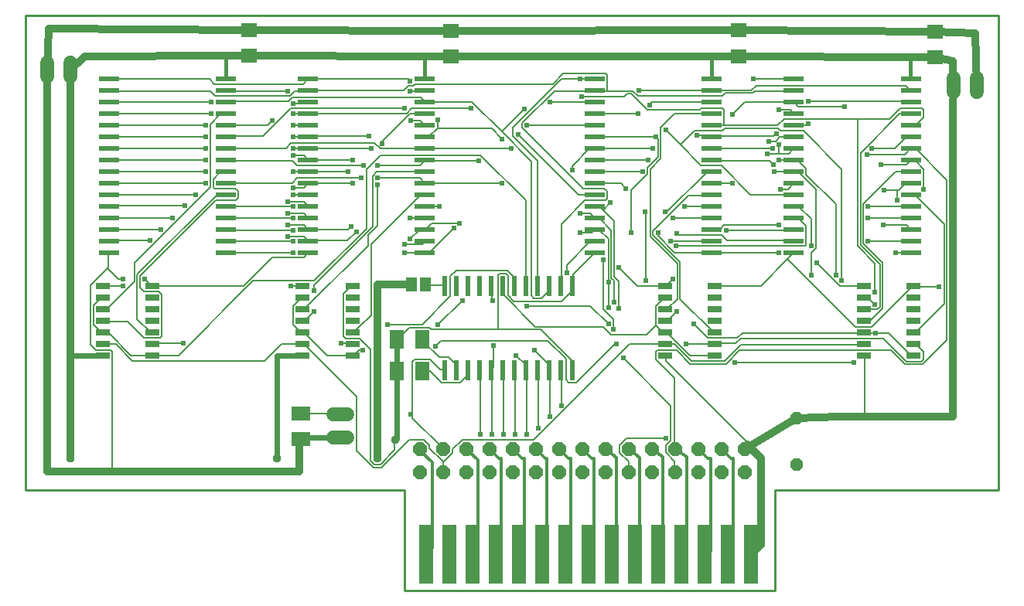
<source format=gtl>
G75*
%MOIN*%
%OFA0B0*%
%FSLAX25Y25*%
%IPPOS*%
%LPD*%
%AMOC8*
5,1,8,0,0,1.08239X$1,22.5*
%
%ADD10C,0.01000*%
%ADD11OC8,0.05200*%
%ADD12R,0.07087X0.06299*%
%ADD13R,0.06004X0.02559*%
%ADD14OC8,0.06000*%
%ADD15C,0.06000*%
%ADD16R,0.08661X0.02362*%
%ADD17R,0.07874X0.06299*%
%ADD18R,0.06000X0.25500*%
%ADD19R,0.02362X0.08661*%
%ADD20R,0.06299X0.07874*%
%ADD21R,0.04600X0.06300*%
%ADD22C,0.03200*%
%ADD23C,0.01600*%
%ADD24C,0.00600*%
%ADD25OC8,0.03562*%
%ADD26C,0.02400*%
%ADD27C,0.02400*%
%ADD28C,0.01200*%
D10*
X0003000Y0050276D02*
X0003000Y0255000D01*
X0422291Y0255000D01*
X0422291Y0050276D01*
X0325835Y0050276D01*
X0325835Y0006969D01*
X0166386Y0006969D01*
X0166386Y0050276D01*
X0003000Y0050276D01*
D11*
X0335323Y0061220D03*
X0335323Y0081220D03*
D12*
X0310244Y0237402D03*
X0310244Y0248425D03*
X0394890Y0248031D03*
X0394890Y0237008D03*
X0186228Y0237283D03*
X0186228Y0248307D03*
X0099457Y0248701D03*
X0099457Y0237677D03*
D13*
X0122480Y0138189D03*
X0122480Y0133189D03*
X0122480Y0128189D03*
X0122480Y0123189D03*
X0122480Y0118189D03*
X0122480Y0113189D03*
X0122480Y0108189D03*
X0143835Y0108189D03*
X0143835Y0113189D03*
X0143835Y0118189D03*
X0143835Y0123189D03*
X0143835Y0128189D03*
X0143835Y0133189D03*
X0143835Y0138189D03*
X0057614Y0138189D03*
X0057614Y0133189D03*
X0057614Y0128189D03*
X0057614Y0123189D03*
X0057614Y0118189D03*
X0057614Y0113189D03*
X0057614Y0108189D03*
X0036260Y0108189D03*
X0036260Y0113189D03*
X0036260Y0118189D03*
X0036260Y0123189D03*
X0036260Y0128189D03*
X0036260Y0133189D03*
X0036260Y0138189D03*
X0278780Y0138189D03*
X0278780Y0133189D03*
X0278780Y0128189D03*
X0278780Y0123189D03*
X0278780Y0118189D03*
X0278780Y0113189D03*
X0278780Y0108189D03*
X0300134Y0108189D03*
X0300134Y0113189D03*
X0300134Y0118189D03*
X0300134Y0123189D03*
X0300134Y0128189D03*
X0300134Y0133189D03*
X0300134Y0138189D03*
X0364370Y0138110D03*
X0364370Y0133110D03*
X0364370Y0128110D03*
X0364370Y0123110D03*
X0364370Y0118110D03*
X0364370Y0113110D03*
X0364370Y0108110D03*
X0385724Y0108110D03*
X0385724Y0113110D03*
X0385724Y0118110D03*
X0385724Y0123110D03*
X0385724Y0128110D03*
X0385724Y0133110D03*
X0385724Y0138110D03*
D14*
X0313000Y0068031D03*
X0303000Y0068031D03*
X0293000Y0068031D03*
X0283000Y0068031D03*
X0273000Y0068031D03*
X0263000Y0068031D03*
X0253000Y0068031D03*
X0243000Y0068031D03*
X0233000Y0068031D03*
X0223000Y0068031D03*
X0213000Y0068031D03*
X0203000Y0068031D03*
X0193000Y0068031D03*
X0183000Y0068031D03*
X0173000Y0068031D03*
X0173000Y0058031D03*
X0183000Y0058031D03*
X0193000Y0058031D03*
X0203000Y0058031D03*
X0213000Y0058031D03*
X0223000Y0058031D03*
X0233000Y0058031D03*
X0243000Y0058031D03*
X0253000Y0058031D03*
X0263000Y0058031D03*
X0273000Y0058031D03*
X0283000Y0058031D03*
X0293000Y0058031D03*
X0303000Y0058031D03*
X0313000Y0058031D03*
D15*
X0141669Y0072795D02*
X0135669Y0072795D01*
X0135669Y0082795D02*
X0141669Y0082795D01*
X0022252Y0228535D02*
X0022252Y0234535D01*
X0012252Y0234535D02*
X0012252Y0228535D01*
X0403039Y0227921D02*
X0403039Y0221921D01*
X0413039Y0221921D02*
X0413039Y0227921D01*
D16*
X0384496Y0227539D03*
X0384496Y0222539D03*
X0384496Y0217539D03*
X0384496Y0212539D03*
X0384496Y0207539D03*
X0384496Y0202539D03*
X0384496Y0197539D03*
X0384496Y0192539D03*
X0384496Y0187539D03*
X0384496Y0182539D03*
X0384496Y0177539D03*
X0384496Y0172539D03*
X0384496Y0167539D03*
X0384496Y0162539D03*
X0384496Y0157539D03*
X0384496Y0152539D03*
X0334102Y0152539D03*
X0334102Y0157539D03*
X0334102Y0162539D03*
X0334102Y0167539D03*
X0334102Y0172539D03*
X0334102Y0177539D03*
X0334102Y0182539D03*
X0334102Y0187539D03*
X0334102Y0192539D03*
X0334102Y0197539D03*
X0334102Y0202539D03*
X0334102Y0207539D03*
X0334102Y0212539D03*
X0334102Y0217539D03*
X0334102Y0222539D03*
X0334102Y0227539D03*
X0298669Y0227539D03*
X0298669Y0222539D03*
X0298669Y0217539D03*
X0298669Y0212539D03*
X0298669Y0207539D03*
X0298669Y0202539D03*
X0298669Y0197539D03*
X0298669Y0192539D03*
X0298669Y0187539D03*
X0298669Y0182539D03*
X0298669Y0177539D03*
X0298669Y0172539D03*
X0298669Y0167539D03*
X0298669Y0162539D03*
X0298669Y0157539D03*
X0298669Y0152539D03*
X0248276Y0152539D03*
X0248276Y0157539D03*
X0248276Y0162539D03*
X0248276Y0167539D03*
X0248276Y0172539D03*
X0248276Y0177539D03*
X0248276Y0182539D03*
X0248276Y0187539D03*
X0248276Y0192539D03*
X0248276Y0197539D03*
X0248276Y0202539D03*
X0248276Y0207539D03*
X0248276Y0212539D03*
X0248276Y0217539D03*
X0248276Y0222539D03*
X0248276Y0227539D03*
X0175047Y0227539D03*
X0175047Y0222539D03*
X0175047Y0217539D03*
X0175047Y0212539D03*
X0175047Y0207539D03*
X0175047Y0202539D03*
X0175047Y0197539D03*
X0175047Y0192539D03*
X0175047Y0187539D03*
X0175047Y0182539D03*
X0175047Y0177539D03*
X0175047Y0172539D03*
X0175047Y0167539D03*
X0175047Y0162539D03*
X0175047Y0157539D03*
X0175047Y0152539D03*
X0124654Y0152539D03*
X0124654Y0157539D03*
X0124654Y0162539D03*
X0124654Y0167539D03*
X0124654Y0172539D03*
X0124654Y0177539D03*
X0124654Y0182539D03*
X0124654Y0187539D03*
X0124654Y0192539D03*
X0124654Y0197539D03*
X0124654Y0202539D03*
X0124654Y0207539D03*
X0124654Y0212539D03*
X0124654Y0217539D03*
X0124654Y0222539D03*
X0124654Y0227539D03*
X0089220Y0227539D03*
X0089220Y0222539D03*
X0089220Y0217539D03*
X0089220Y0212539D03*
X0089220Y0207539D03*
X0089220Y0202539D03*
X0089220Y0197539D03*
X0089220Y0192539D03*
X0089220Y0187539D03*
X0089220Y0182539D03*
X0089220Y0177539D03*
X0089220Y0172539D03*
X0089220Y0167539D03*
X0089220Y0162539D03*
X0089220Y0157539D03*
X0089220Y0152539D03*
X0038827Y0152539D03*
X0038827Y0157539D03*
X0038827Y0162539D03*
X0038827Y0167539D03*
X0038827Y0172539D03*
X0038827Y0177539D03*
X0038827Y0182539D03*
X0038827Y0187539D03*
X0038827Y0192539D03*
X0038827Y0197539D03*
X0038827Y0202539D03*
X0038827Y0207539D03*
X0038827Y0212539D03*
X0038827Y0217539D03*
X0038827Y0222539D03*
X0038827Y0227539D03*
D17*
X0121701Y0083307D03*
X0121701Y0072283D03*
D18*
X0175500Y0022500D03*
X0185500Y0022500D03*
X0195500Y0022500D03*
X0205500Y0022500D03*
X0215500Y0022500D03*
X0225500Y0022500D03*
X0235500Y0022500D03*
X0245500Y0022500D03*
X0255500Y0022500D03*
X0265500Y0022500D03*
X0275500Y0022500D03*
X0285500Y0022500D03*
X0295500Y0022500D03*
X0305500Y0022500D03*
X0315500Y0022500D03*
D19*
X0238768Y0102047D03*
X0233768Y0102047D03*
X0228768Y0102047D03*
X0223768Y0102047D03*
X0218768Y0102047D03*
X0213768Y0102047D03*
X0208768Y0102047D03*
X0203768Y0102047D03*
X0198768Y0102047D03*
X0193768Y0102047D03*
X0188768Y0102047D03*
X0183768Y0102047D03*
X0183768Y0138268D03*
X0188768Y0138268D03*
X0193768Y0138268D03*
X0198768Y0138268D03*
X0203768Y0138268D03*
X0208768Y0138268D03*
X0213768Y0138268D03*
X0218768Y0138268D03*
X0223768Y0138268D03*
X0228768Y0138268D03*
X0233768Y0138268D03*
X0238768Y0138268D03*
D20*
X0173866Y0115236D03*
X0162843Y0115236D03*
X0162843Y0101457D03*
X0173866Y0101457D03*
D21*
X0175291Y0138858D03*
X0169291Y0138858D03*
D22*
X0154575Y0138858D01*
X0154575Y0064055D01*
X0121701Y0072283D02*
X0121110Y0072283D01*
X0121110Y0058150D01*
X0040331Y0058150D01*
X0012252Y0058150D01*
X0012252Y0231535D01*
X0012843Y0249094D01*
X0099457Y0248701D01*
X0186228Y0248307D01*
X0310244Y0248425D01*
X0394890Y0248031D01*
X0412449Y0247126D01*
X0413039Y0224921D01*
X0403039Y0224921D02*
X0402606Y0235315D01*
X0394890Y0237008D01*
X0384439Y0237056D01*
X0310244Y0237402D01*
X0298630Y0237391D01*
X0186228Y0237283D01*
X0175038Y0237334D01*
X0099457Y0237677D01*
X0089223Y0237620D01*
X0028591Y0237283D01*
X0022252Y0231535D01*
X0022252Y0109331D01*
X0022252Y0064055D01*
X0313000Y0068031D02*
X0335323Y0081220D01*
X0353394Y0081772D01*
X0364631Y0081772D01*
X0402606Y0081772D01*
X0402606Y0213661D01*
X0403039Y0224921D01*
X0313984Y0070000D02*
X0313000Y0068031D01*
X0313984Y0070000D02*
X0319929Y0064055D01*
X0319929Y0026654D01*
X0319654Y0026654D01*
X0315500Y0022500D01*
D23*
X0298631Y0227731D02*
X0298631Y0235831D01*
X0384431Y0235531D02*
X0384431Y0227731D01*
X0175031Y0227731D02*
X0175031Y0235831D01*
X0089231Y0236131D02*
X0089231Y0227731D01*
D24*
X0089220Y0227539D01*
X0084431Y0225331D02*
X0122531Y0225331D01*
X0124631Y0227431D01*
X0124654Y0227539D01*
X0124931Y0227431D01*
X0167831Y0227431D01*
X0168731Y0226531D01*
X0167831Y0224431D02*
X0169931Y0224431D01*
X0170831Y0225331D01*
X0230231Y0225331D01*
X0234731Y0229831D01*
X0253031Y0229831D01*
X0253631Y0229231D01*
X0253631Y0222331D01*
X0264731Y0222331D01*
X0266831Y0220231D01*
X0303431Y0220231D01*
X0304631Y0221431D01*
X0316331Y0221431D01*
X0317231Y0222331D01*
X0334031Y0222331D01*
X0334102Y0222539D01*
X0334031Y0227431D02*
X0334102Y0227539D01*
X0334031Y0227431D02*
X0316631Y0227431D01*
X0317831Y0224731D02*
X0382331Y0224731D01*
X0384431Y0222631D01*
X0384496Y0222539D01*
X0384431Y0217831D02*
X0384496Y0217539D01*
X0384431Y0217831D02*
X0340331Y0217831D01*
X0336131Y0215731D02*
X0334331Y0217531D01*
X0334102Y0217539D01*
X0334031Y0217531D01*
X0313031Y0217531D01*
X0307631Y0212131D01*
X0304031Y0214231D02*
X0304031Y0207631D01*
X0298931Y0207631D01*
X0298669Y0207539D01*
X0298931Y0203131D02*
X0292331Y0203131D01*
X0291431Y0205231D02*
X0285281Y0199081D01*
X0294131Y0190231D01*
X0302831Y0190231D01*
X0315431Y0177631D01*
X0334031Y0177631D01*
X0334102Y0177539D01*
X0331631Y0180031D02*
X0334031Y0182431D01*
X0334102Y0182539D01*
X0331631Y0180031D02*
X0328331Y0180031D01*
X0339431Y0186331D02*
X0339431Y0189031D01*
X0336131Y0192331D01*
X0334331Y0192331D01*
X0334102Y0192539D01*
X0334031Y0192631D01*
X0327731Y0192631D01*
X0327731Y0195331D02*
X0327731Y0199231D01*
X0326231Y0200731D02*
X0328031Y0202531D01*
X0334031Y0202531D01*
X0334102Y0202539D01*
X0338231Y0205231D02*
X0328331Y0205231D01*
X0327431Y0206131D01*
X0304331Y0206131D01*
X0303431Y0205231D01*
X0291431Y0205231D01*
X0298669Y0202539D02*
X0298931Y0203131D01*
X0298931Y0202831D02*
X0298669Y0202539D01*
X0298931Y0202831D02*
X0325331Y0202831D01*
X0326531Y0204031D01*
X0326231Y0200731D02*
X0323231Y0200731D01*
X0325031Y0197431D02*
X0298931Y0197431D01*
X0298669Y0197539D01*
X0298669Y0192539D02*
X0298931Y0192331D01*
X0323531Y0192331D01*
X0325331Y0190531D01*
X0325631Y0187531D02*
X0334031Y0187531D01*
X0334102Y0187539D01*
X0334331Y0187531D01*
X0336131Y0187531D01*
X0343631Y0180031D01*
X0343631Y0154531D01*
X0341531Y0152431D01*
X0341531Y0142831D01*
X0343931Y0148231D02*
X0353831Y0138331D01*
X0364331Y0138331D01*
X0364370Y0138110D01*
X0369131Y0135631D02*
X0369131Y0147931D01*
X0361631Y0155431D01*
X0361631Y0210331D01*
X0329831Y0210331D01*
X0327131Y0207631D01*
X0304031Y0207631D01*
X0298631Y0212431D02*
X0298669Y0212539D01*
X0298631Y0212431D02*
X0282731Y0212431D01*
X0276731Y0206431D01*
X0276731Y0193231D01*
X0272231Y0188731D01*
X0272231Y0159631D01*
X0283931Y0147931D01*
X0283931Y0132631D01*
X0279731Y0128431D01*
X0278831Y0128431D01*
X0278780Y0128189D01*
X0274631Y0129631D02*
X0277931Y0132931D01*
X0278531Y0132931D01*
X0278780Y0133189D01*
X0285131Y0132631D02*
X0285131Y0148531D01*
X0273431Y0160231D01*
X0273431Y0162031D01*
X0288731Y0177331D01*
X0298631Y0177331D01*
X0298669Y0177539D01*
X0298931Y0182431D02*
X0298669Y0182539D01*
X0298931Y0182431D02*
X0307631Y0182431D01*
X0298669Y0187539D02*
X0298631Y0187531D01*
X0296831Y0187531D01*
X0279431Y0170131D01*
X0278531Y0170131D01*
X0281831Y0167431D02*
X0298631Y0167431D01*
X0298669Y0167539D01*
X0302231Y0162631D02*
X0304031Y0164431D01*
X0327731Y0164431D01*
X0334031Y0162331D02*
X0334102Y0162539D01*
X0334031Y0162331D02*
X0304931Y0162331D01*
X0302231Y0162631D02*
X0298931Y0162631D01*
X0298669Y0162539D01*
X0302831Y0160231D02*
X0284231Y0160231D01*
X0283631Y0160831D01*
X0280931Y0157531D02*
X0298631Y0157531D01*
X0298669Y0157539D01*
X0302831Y0160231D02*
X0305231Y0157831D01*
X0334031Y0157831D01*
X0334102Y0157539D01*
X0338831Y0155431D02*
X0283331Y0155431D01*
X0282731Y0152731D02*
X0275531Y0159931D01*
X0275531Y0161131D01*
X0263831Y0161131D02*
X0263831Y0179431D01*
X0271031Y0186631D01*
X0271031Y0189331D01*
X0275531Y0193831D01*
X0275531Y0201631D01*
X0274631Y0202531D01*
X0248531Y0202531D01*
X0248276Y0202539D01*
X0248276Y0197539D02*
X0248231Y0197431D01*
X0246131Y0197431D01*
X0238631Y0189931D01*
X0238631Y0188131D01*
X0243431Y0180331D02*
X0217031Y0206731D01*
X0217031Y0208531D01*
X0230831Y0222331D01*
X0248231Y0222331D01*
X0248276Y0222539D01*
X0248531Y0222331D01*
X0253631Y0222331D01*
X0261131Y0219931D02*
X0262331Y0221131D01*
X0264131Y0221131D01*
X0271031Y0214231D01*
X0293531Y0214231D01*
X0294131Y0214831D01*
X0303431Y0214831D01*
X0304031Y0214231D01*
X0298669Y0217539D02*
X0298631Y0217531D01*
X0273131Y0217531D01*
X0271931Y0216331D01*
X0266831Y0212431D02*
X0248531Y0212431D01*
X0248276Y0212539D01*
X0248231Y0207631D02*
X0248276Y0207539D01*
X0248231Y0207631D02*
X0219131Y0207631D01*
X0215231Y0203731D02*
X0241331Y0177631D01*
X0248231Y0177631D01*
X0248276Y0177539D01*
X0244031Y0175231D02*
X0253031Y0175231D01*
X0253631Y0175831D01*
X0253631Y0179131D01*
X0252431Y0180331D01*
X0243431Y0180331D01*
X0248276Y0182539D02*
X0248531Y0182431D01*
X0259631Y0182431D01*
X0261731Y0180331D01*
X0255131Y0174331D02*
X0251831Y0171031D01*
X0250331Y0172531D01*
X0248531Y0172531D01*
X0248276Y0172539D01*
X0246431Y0169531D02*
X0248231Y0167731D01*
X0248276Y0167539D01*
X0248531Y0167431D01*
X0250331Y0167431D01*
X0255431Y0162331D01*
X0255431Y0141631D01*
X0256631Y0140431D01*
X0256631Y0131131D01*
X0254231Y0129031D02*
X0254231Y0139831D01*
X0254231Y0158431D01*
X0250331Y0162331D01*
X0248531Y0162331D01*
X0248276Y0162539D01*
X0248231Y0162331D01*
X0247031Y0161131D01*
X0241931Y0161131D01*
X0246431Y0157531D02*
X0236231Y0147331D01*
X0236231Y0144031D01*
X0238931Y0143131D02*
X0248231Y0152431D01*
X0248276Y0152539D01*
X0252131Y0149431D02*
X0252131Y0128131D01*
X0256331Y0123931D01*
X0256331Y0119431D01*
X0255431Y0117331D02*
X0270731Y0117331D01*
X0274781Y0121381D01*
X0277931Y0118231D01*
X0278531Y0118231D01*
X0278780Y0118189D01*
X0278831Y0117931D01*
X0279731Y0117931D01*
X0289331Y0108331D01*
X0300131Y0108331D01*
X0300134Y0108189D01*
X0304331Y0105931D02*
X0311231Y0112831D01*
X0364331Y0112831D01*
X0364370Y0113110D01*
X0364331Y0117931D02*
X0364370Y0118110D01*
X0364631Y0117931D01*
X0369431Y0117931D01*
X0375131Y0117931D01*
X0384731Y0108331D01*
X0385631Y0108331D01*
X0385724Y0108110D01*
X0382631Y0105631D02*
X0388931Y0105631D01*
X0389831Y0106531D01*
X0389831Y0109831D01*
X0386831Y0112831D01*
X0385931Y0112831D01*
X0385724Y0113110D01*
X0385724Y0118110D02*
X0385931Y0118231D01*
X0386531Y0118231D01*
X0398831Y0130531D01*
X0398831Y0165031D01*
X0386531Y0177331D01*
X0384731Y0177331D01*
X0384496Y0177539D01*
X0382331Y0182431D02*
X0379331Y0179431D01*
X0378731Y0179431D01*
X0378731Y0175231D01*
X0378731Y0179431D02*
X0373031Y0179431D01*
X0382331Y0182431D02*
X0384431Y0182431D01*
X0384496Y0182539D01*
X0390131Y0180031D02*
X0390131Y0188731D01*
X0386531Y0192331D01*
X0384731Y0192331D01*
X0384496Y0192539D01*
X0384431Y0192331D01*
X0382631Y0190531D01*
X0371531Y0190531D01*
X0378131Y0187531D02*
X0384431Y0187531D01*
X0384496Y0187539D01*
X0378131Y0187531D02*
X0364031Y0173431D01*
X0364031Y0156631D01*
X0372431Y0148231D01*
X0372431Y0128731D01*
X0367031Y0123331D01*
X0364631Y0123331D01*
X0364370Y0123110D01*
X0367631Y0120631D02*
X0360731Y0120631D01*
X0331481Y0149881D01*
X0319931Y0138331D01*
X0300431Y0138331D01*
X0300134Y0138189D01*
X0285131Y0132631D02*
X0299531Y0118231D01*
X0300131Y0118231D01*
X0300134Y0118189D01*
X0296831Y0115831D02*
X0309731Y0115831D01*
X0311831Y0117931D01*
X0364331Y0117931D01*
X0367631Y0120631D02*
X0385031Y0138031D01*
X0385631Y0138031D01*
X0385724Y0138110D01*
X0385931Y0138031D01*
X0396731Y0138031D01*
X0384496Y0152539D02*
X0384431Y0152731D01*
X0377831Y0152731D01*
X0384431Y0157531D02*
X0366131Y0157531D01*
X0362831Y0156031D02*
X0362831Y0195631D01*
X0379631Y0212431D01*
X0384431Y0212431D01*
X0384496Y0212539D01*
X0379931Y0214831D02*
X0389231Y0214831D01*
X0389831Y0214231D01*
X0389831Y0210931D01*
X0386531Y0207631D01*
X0384731Y0207631D01*
X0384496Y0207539D01*
X0384496Y0202539D02*
X0384431Y0202531D01*
X0382631Y0202531D01*
X0377531Y0197431D01*
X0367631Y0197431D01*
X0365531Y0195031D02*
X0382031Y0195031D01*
X0384431Y0197431D01*
X0384496Y0197539D01*
X0384731Y0197431D01*
X0386531Y0197431D01*
X0400031Y0183931D01*
X0400031Y0114931D01*
X0389531Y0104431D01*
X0382031Y0104431D01*
X0376031Y0110431D01*
X0310631Y0110431D01*
X0304931Y0104731D01*
X0289331Y0104731D01*
X0283631Y0110431D01*
X0275231Y0110431D01*
X0274631Y0109831D01*
X0274631Y0106531D01*
X0282731Y0098431D01*
X0282731Y0068431D01*
X0283000Y0068031D01*
X0280931Y0071731D02*
X0280931Y0086731D01*
X0260531Y0107131D01*
X0263231Y0113131D02*
X0222131Y0072031D01*
X0191231Y0072031D01*
X0187031Y0067831D01*
X0187031Y0066331D01*
X0182831Y0062131D01*
X0182831Y0058231D01*
X0183000Y0058031D01*
X0182831Y0062131D02*
X0182831Y0062431D01*
X0177131Y0068131D01*
X0177131Y0069631D01*
X0174731Y0072031D01*
X0168431Y0072031D01*
X0156431Y0060031D01*
X0152831Y0060031D01*
X0145631Y0067231D01*
X0145631Y0090631D01*
X0123131Y0113131D01*
X0122531Y0113131D01*
X0122480Y0113189D01*
X0122231Y0113131D01*
X0113231Y0113131D01*
X0106031Y0105931D01*
X0049031Y0105931D01*
X0041831Y0113131D01*
X0036431Y0113131D01*
X0036260Y0113189D01*
X0033431Y0110431D02*
X0039731Y0110431D01*
X0040331Y0109831D01*
X0040331Y0058150D01*
X0121701Y0083307D02*
X0121931Y0083131D01*
X0138131Y0083131D01*
X0138431Y0082831D01*
X0138669Y0082795D01*
X0162449Y0071929D02*
X0162131Y0070831D01*
X0162131Y0067531D01*
X0155831Y0061231D01*
X0153431Y0061231D01*
X0151631Y0063031D01*
X0151631Y0111031D01*
X0147131Y0115531D01*
X0140831Y0115531D01*
X0139931Y0116431D01*
X0139931Y0135031D01*
X0142931Y0138031D01*
X0143831Y0138031D01*
X0143835Y0138189D01*
X0127331Y0138631D02*
X0127331Y0136231D01*
X0127331Y0138631D02*
X0152531Y0163831D01*
X0152531Y0185731D01*
X0154331Y0187531D01*
X0175031Y0187531D01*
X0175047Y0187539D01*
X0172931Y0190231D02*
X0175031Y0192331D01*
X0175047Y0192539D01*
X0175331Y0192331D01*
X0198431Y0192331D01*
X0199031Y0194731D02*
X0156131Y0194731D01*
X0149831Y0188431D01*
X0149831Y0162931D01*
X0127331Y0140431D01*
X0100931Y0140431D01*
X0068831Y0108331D01*
X0057731Y0108331D01*
X0057614Y0108189D01*
X0057431Y0108331D01*
X0048431Y0108331D01*
X0038831Y0117931D01*
X0036431Y0117931D01*
X0036260Y0118189D01*
X0036131Y0118231D01*
X0035531Y0118231D01*
X0032231Y0121531D01*
X0032231Y0129931D01*
X0035231Y0132931D01*
X0036131Y0132931D01*
X0036260Y0133189D01*
X0036431Y0128431D02*
X0036260Y0128189D01*
X0036431Y0128431D02*
X0038231Y0128431D01*
X0049931Y0140131D01*
X0049931Y0148231D01*
X0082631Y0180931D01*
X0082631Y0207931D01*
X0087131Y0212431D01*
X0088931Y0212431D01*
X0089220Y0212539D01*
X0089231Y0207631D02*
X0089220Y0207539D01*
X0089231Y0207631D02*
X0107231Y0207631D01*
X0109331Y0209731D01*
X0105431Y0202831D02*
X0117431Y0214831D01*
X0166331Y0214831D01*
X0167231Y0212731D02*
X0169331Y0214831D01*
X0195131Y0214831D01*
X0195431Y0217531D02*
X0175331Y0217531D01*
X0175047Y0217539D01*
X0175031Y0217831D01*
X0173231Y0219631D01*
X0118031Y0219631D01*
X0116231Y0217831D01*
X0089231Y0217831D01*
X0089220Y0217539D01*
X0084731Y0220231D02*
X0116831Y0220231D01*
X0118931Y0222331D01*
X0124631Y0222331D01*
X0124654Y0222539D01*
X0124931Y0222631D01*
X0166031Y0222631D01*
X0167831Y0224431D01*
X0168731Y0222331D02*
X0175031Y0222331D01*
X0175047Y0222539D01*
X0175047Y0227539D02*
X0175031Y0227731D01*
X0175031Y0235831D02*
X0175038Y0237334D01*
X0195431Y0217531D02*
X0208181Y0204781D01*
X0217931Y0214531D01*
X0229031Y0217531D02*
X0248231Y0217531D01*
X0248276Y0217539D01*
X0242531Y0219931D02*
X0261131Y0219931D01*
X0267431Y0222631D02*
X0298631Y0222631D01*
X0298669Y0222539D01*
X0298931Y0222631D01*
X0315731Y0222631D01*
X0317831Y0224731D01*
X0327731Y0214231D02*
X0332531Y0214231D01*
X0334031Y0212731D01*
X0334102Y0212539D01*
X0336131Y0215731D02*
X0355931Y0215731D01*
X0361631Y0210331D02*
X0375431Y0210331D01*
X0379931Y0214831D01*
X0384496Y0227539D02*
X0384431Y0227731D01*
X0384431Y0235531D02*
X0384439Y0237056D01*
X0340331Y0208231D02*
X0339731Y0207631D01*
X0334331Y0207631D01*
X0334102Y0207539D01*
X0338231Y0205231D02*
X0354731Y0188731D01*
X0354731Y0140731D01*
X0352331Y0142831D02*
X0352331Y0173431D01*
X0339431Y0186331D01*
X0331931Y0195331D02*
X0334031Y0197431D01*
X0334102Y0197539D01*
X0331931Y0195331D02*
X0327731Y0195331D01*
X0322631Y0195331D01*
X0285281Y0199081D02*
X0278831Y0205531D01*
X0273431Y0197431D02*
X0248531Y0197431D01*
X0248276Y0197539D01*
X0248531Y0192631D02*
X0248276Y0192539D01*
X0248531Y0192631D02*
X0271331Y0192631D01*
X0268931Y0187531D02*
X0248531Y0187531D01*
X0248276Y0187539D01*
X0244031Y0175231D02*
X0233831Y0165031D01*
X0233831Y0138331D01*
X0233768Y0138268D01*
X0238631Y0138031D02*
X0238631Y0136231D01*
X0234131Y0131731D01*
X0213431Y0131731D01*
X0211031Y0134131D01*
X0211031Y0142831D01*
X0210131Y0143731D01*
X0207431Y0143731D01*
X0206531Y0142831D01*
X0206531Y0119431D01*
X0225131Y0119431D01*
X0238631Y0105931D01*
X0238631Y0102331D01*
X0238768Y0102047D01*
X0233831Y0102031D02*
X0233768Y0102047D01*
X0233831Y0102031D02*
X0233831Y0086731D01*
X0229031Y0081931D02*
X0229031Y0102031D01*
X0228768Y0102047D01*
X0228731Y0102331D01*
X0228731Y0104131D01*
X0222431Y0110431D01*
X0228131Y0114631D02*
X0181931Y0114631D01*
X0179531Y0112231D01*
X0181331Y0107431D02*
X0174131Y0114631D01*
X0174131Y0115231D01*
X0173866Y0115236D01*
X0178031Y0119431D02*
X0177131Y0120331D01*
X0168431Y0120331D01*
X0163931Y0115831D01*
X0162843Y0115236D01*
X0159131Y0121531D02*
X0173831Y0121531D01*
X0186131Y0133831D01*
X0186131Y0142531D01*
X0188531Y0144931D01*
X0210731Y0144931D01*
X0213731Y0141931D01*
X0213731Y0138331D01*
X0213768Y0138268D01*
X0218531Y0138331D02*
X0218768Y0138268D01*
X0218531Y0138331D02*
X0218531Y0175231D01*
X0199031Y0194731D01*
X0208331Y0201631D02*
X0203831Y0206131D01*
X0180731Y0206131D01*
X0180581Y0206281D01*
X0180731Y0206431D01*
X0180731Y0210031D01*
X0180581Y0206281D02*
X0177131Y0202831D01*
X0175331Y0202831D01*
X0175047Y0202539D01*
X0175331Y0197731D02*
X0175047Y0197539D01*
X0175031Y0197431D01*
X0155831Y0197431D01*
X0153431Y0199831D01*
X0117431Y0199831D01*
X0115331Y0197731D01*
X0089231Y0197731D01*
X0089220Y0197539D01*
X0089220Y0192539D02*
X0089231Y0192331D01*
X0118031Y0192331D01*
X0120131Y0190231D01*
X0148631Y0190231D01*
X0143831Y0192631D02*
X0124931Y0192631D01*
X0124654Y0192539D01*
X0124631Y0192631D01*
X0122831Y0194431D01*
X0118331Y0194431D01*
X0124654Y0197539D02*
X0124931Y0197731D01*
X0151931Y0197731D01*
X0156731Y0199531D02*
X0156731Y0200431D01*
X0168731Y0212431D01*
X0175031Y0212431D01*
X0175047Y0212539D01*
X0172931Y0209731D02*
X0175031Y0207631D01*
X0175047Y0207539D01*
X0172931Y0209731D02*
X0169031Y0209731D01*
X0167231Y0212731D02*
X0124931Y0212731D01*
X0124654Y0212539D01*
X0124631Y0212731D01*
X0118331Y0212731D01*
X0118331Y0216931D02*
X0124031Y0216931D01*
X0124631Y0217531D01*
X0124654Y0217539D01*
X0115931Y0222331D02*
X0089231Y0222331D01*
X0089220Y0222539D01*
X0084731Y0220231D02*
X0082631Y0222331D01*
X0038831Y0222331D01*
X0038827Y0222539D01*
X0038831Y0227431D02*
X0038827Y0227539D01*
X0038831Y0227431D02*
X0082331Y0227431D01*
X0084431Y0225331D01*
X0082931Y0217531D02*
X0038831Y0217531D01*
X0038827Y0217539D01*
X0038831Y0212731D02*
X0038827Y0212539D01*
X0038831Y0212731D02*
X0082931Y0212731D01*
X0080531Y0207631D02*
X0038831Y0207631D01*
X0038827Y0207539D01*
X0038827Y0202539D02*
X0038831Y0202531D01*
X0080531Y0202531D01*
X0080531Y0197731D02*
X0038831Y0197731D01*
X0038827Y0197539D01*
X0038831Y0192631D02*
X0038827Y0192539D01*
X0038831Y0192631D02*
X0080531Y0192631D01*
X0080531Y0187531D02*
X0038831Y0187531D01*
X0038827Y0187539D01*
X0038827Y0182539D02*
X0038831Y0182431D01*
X0080531Y0182431D01*
X0083831Y0180931D02*
X0083831Y0184231D01*
X0087131Y0187531D01*
X0088931Y0187531D01*
X0089220Y0187539D01*
X0089231Y0182731D02*
X0089220Y0182539D01*
X0089231Y0182731D02*
X0118031Y0182731D01*
X0120131Y0184831D01*
X0147731Y0184831D01*
X0144131Y0182431D02*
X0124931Y0182431D01*
X0124654Y0182539D01*
X0124631Y0182431D01*
X0122831Y0180631D01*
X0118331Y0180631D01*
X0118331Y0177631D02*
X0124631Y0177631D01*
X0124654Y0177539D01*
X0122831Y0174631D02*
X0124631Y0172831D01*
X0124654Y0172539D01*
X0122831Y0174631D02*
X0115931Y0174631D01*
X0118331Y0172531D02*
X0089231Y0172531D01*
X0089220Y0172539D01*
X0085031Y0175231D02*
X0093731Y0175231D01*
X0094631Y0176131D01*
X0094631Y0179131D01*
X0093431Y0180331D01*
X0084431Y0180331D01*
X0083831Y0180931D01*
X0085331Y0177331D02*
X0088931Y0177331D01*
X0089220Y0177539D01*
X0085331Y0177331D02*
X0051131Y0143131D01*
X0051131Y0123931D01*
X0056831Y0118231D01*
X0057431Y0118231D01*
X0057614Y0118189D01*
X0061031Y0115831D02*
X0054131Y0115831D01*
X0046931Y0123031D01*
X0036431Y0123031D01*
X0036260Y0123189D01*
X0031031Y0112831D02*
X0033431Y0110431D01*
X0031031Y0112831D02*
X0031031Y0138631D01*
X0038381Y0145981D01*
X0043031Y0141331D01*
X0045131Y0141331D01*
X0045131Y0138331D02*
X0036431Y0138331D01*
X0036260Y0138189D01*
X0038381Y0145981D02*
X0038531Y0146131D01*
X0038531Y0152431D01*
X0038827Y0152539D01*
X0038827Y0157539D02*
X0038831Y0157831D01*
X0056531Y0157831D01*
X0061331Y0162631D02*
X0038831Y0162631D01*
X0038827Y0162539D01*
X0038827Y0167539D02*
X0038831Y0167731D01*
X0066431Y0167731D01*
X0071531Y0172831D02*
X0038831Y0172831D01*
X0038827Y0172539D01*
X0038827Y0177539D02*
X0038831Y0177631D01*
X0076331Y0177631D01*
X0085031Y0175231D02*
X0052331Y0142531D01*
X0052331Y0137731D01*
X0054131Y0135931D01*
X0060431Y0135931D01*
X0061631Y0134731D01*
X0061631Y0116431D01*
X0061031Y0115831D01*
X0057731Y0113431D02*
X0057614Y0113189D01*
X0057731Y0113431D02*
X0070931Y0113431D01*
X0057614Y0138189D02*
X0057431Y0138331D01*
X0054431Y0141331D01*
X0057731Y0138331D02*
X0057614Y0138189D01*
X0057731Y0138331D02*
X0097031Y0138331D01*
X0109331Y0150631D01*
X0122831Y0150631D01*
X0124631Y0152431D01*
X0124654Y0152539D01*
X0118331Y0152731D02*
X0089231Y0152731D01*
X0089220Y0152539D01*
X0089231Y0157531D02*
X0089220Y0157539D01*
X0089231Y0157531D02*
X0118331Y0157531D01*
X0115931Y0159631D02*
X0122831Y0159631D01*
X0124631Y0157831D01*
X0124654Y0157539D01*
X0124931Y0157831D01*
X0141731Y0157831D01*
X0145631Y0161731D01*
X0143231Y0163831D02*
X0142031Y0162631D01*
X0124931Y0162631D01*
X0124654Y0162539D01*
X0124631Y0162631D01*
X0122831Y0164431D01*
X0115931Y0164431D01*
X0118331Y0162331D02*
X0089231Y0162331D01*
X0089220Y0162539D01*
X0089231Y0167431D02*
X0089220Y0167539D01*
X0089231Y0167431D02*
X0118331Y0167431D01*
X0115931Y0169531D02*
X0122831Y0169531D01*
X0124631Y0167731D01*
X0124654Y0167539D01*
X0150731Y0160231D02*
X0150731Y0155731D01*
X0123431Y0128431D01*
X0122531Y0128431D01*
X0122480Y0128189D01*
X0118331Y0129631D02*
X0118331Y0121531D01*
X0121631Y0118231D01*
X0122231Y0118231D01*
X0122480Y0118189D01*
X0122531Y0117931D01*
X0123431Y0117931D01*
X0133031Y0108331D01*
X0143831Y0108331D01*
X0143835Y0108189D01*
X0144131Y0108331D01*
X0146531Y0110731D01*
X0148331Y0110731D01*
X0143835Y0113189D02*
X0143831Y0113431D01*
X0139031Y0113431D01*
X0143835Y0118189D02*
X0144131Y0118231D01*
X0146831Y0120931D01*
X0147131Y0120931D01*
X0151931Y0125731D01*
X0151931Y0156331D01*
X0172931Y0177331D01*
X0175031Y0177331D01*
X0175047Y0177539D01*
X0175331Y0182431D02*
X0175047Y0182539D01*
X0175031Y0182731D01*
X0172931Y0184831D01*
X0154631Y0184831D01*
X0154631Y0181831D02*
X0154631Y0164131D01*
X0150731Y0160231D01*
X0166331Y0156331D02*
X0173831Y0156331D01*
X0175031Y0157531D01*
X0175047Y0157539D01*
X0172631Y0162331D02*
X0168731Y0158431D01*
X0172631Y0162331D02*
X0175031Y0162331D01*
X0175047Y0162539D01*
X0175331Y0162631D01*
X0178031Y0165331D01*
X0190031Y0165331D01*
X0187631Y0163231D02*
X0177131Y0152731D01*
X0175331Y0152731D01*
X0175047Y0152539D01*
X0175031Y0152731D01*
X0166331Y0152731D01*
X0175291Y0138858D02*
X0175331Y0138631D01*
X0183431Y0138631D01*
X0183731Y0138331D01*
X0183768Y0138268D01*
X0191231Y0132031D02*
X0180731Y0121531D01*
X0178031Y0119431D02*
X0206531Y0119431D01*
X0204731Y0112531D02*
X0204731Y0103231D01*
X0203831Y0102331D01*
X0203768Y0102047D01*
X0203831Y0102031D01*
X0203831Y0074131D01*
X0199031Y0074131D02*
X0199031Y0102031D01*
X0198768Y0102047D01*
X0193768Y0102047D02*
X0193631Y0102031D01*
X0193631Y0099931D01*
X0190331Y0096631D01*
X0182231Y0096631D01*
X0177431Y0101431D01*
X0174131Y0101431D01*
X0173866Y0101457D01*
X0169631Y0105631D02*
X0169631Y0082831D01*
X0169031Y0082831D01*
X0169631Y0082831D02*
X0169631Y0081331D01*
X0182831Y0068131D01*
X0183000Y0068031D01*
X0208931Y0074131D02*
X0208931Y0102031D01*
X0208768Y0102047D01*
X0213768Y0102047D02*
X0214031Y0102031D01*
X0214031Y0074131D01*
X0218831Y0074131D02*
X0218831Y0102031D01*
X0218768Y0102047D01*
X0218531Y0102331D01*
X0218531Y0104131D01*
X0214331Y0108331D01*
X0223768Y0102047D02*
X0223931Y0102031D01*
X0223931Y0076831D01*
X0237131Y0096631D02*
X0235931Y0097831D01*
X0235931Y0106831D01*
X0228131Y0114631D01*
X0222731Y0120631D02*
X0252131Y0120631D01*
X0255431Y0117331D01*
X0254231Y0121831D02*
X0246431Y0129631D01*
X0218831Y0129631D01*
X0222131Y0132931D02*
X0220931Y0134131D01*
X0220931Y0192031D01*
X0208181Y0204781D01*
X0213131Y0206431D02*
X0234131Y0227431D01*
X0241931Y0227431D01*
X0248231Y0227431D01*
X0248276Y0227539D01*
X0213131Y0206431D02*
X0213131Y0202831D01*
X0223631Y0192331D01*
X0223631Y0138331D01*
X0223768Y0138268D01*
X0228731Y0138031D02*
X0228731Y0136231D01*
X0225431Y0132931D01*
X0222131Y0132931D01*
X0228731Y0138031D02*
X0228768Y0138268D01*
X0238631Y0138031D02*
X0238768Y0138268D01*
X0238931Y0138331D01*
X0238931Y0143131D01*
X0256631Y0142231D02*
X0258731Y0140131D01*
X0258731Y0128731D01*
X0274631Y0129631D02*
X0274631Y0121531D01*
X0274781Y0121381D01*
X0278780Y0123189D02*
X0278831Y0123331D01*
X0279731Y0123331D01*
X0283631Y0127231D01*
X0290831Y0121831D02*
X0296831Y0115831D01*
X0299831Y0113131D02*
X0300134Y0113189D01*
X0300431Y0113431D01*
X0309131Y0113431D01*
X0311231Y0115531D01*
X0372731Y0115531D01*
X0382631Y0105631D01*
X0364631Y0108031D02*
X0364370Y0108110D01*
X0364631Y0108031D02*
X0364631Y0081772D01*
X0359831Y0105331D02*
X0308531Y0105331D01*
X0304331Y0105931D02*
X0289931Y0105931D01*
X0282731Y0113131D01*
X0278831Y0113131D01*
X0278780Y0113189D01*
X0278531Y0113131D01*
X0263231Y0113131D01*
X0257531Y0113131D02*
X0256931Y0113131D01*
X0240431Y0096631D01*
X0237131Y0096631D01*
X0222731Y0120631D02*
X0208931Y0134431D01*
X0208931Y0138031D01*
X0208768Y0138268D01*
X0203831Y0138031D02*
X0203768Y0138268D01*
X0203831Y0138031D02*
X0203831Y0132631D01*
X0204431Y0132031D01*
X0185231Y0107431D02*
X0181331Y0107431D01*
X0185231Y0107431D02*
X0188531Y0104131D01*
X0188531Y0102331D01*
X0188768Y0102047D01*
X0183768Y0102047D02*
X0183731Y0102331D01*
X0181631Y0102331D01*
X0177431Y0106531D01*
X0170531Y0106531D01*
X0169631Y0105631D01*
X0127331Y0127231D02*
X0123431Y0123331D01*
X0122531Y0123331D01*
X0122480Y0123189D01*
X0118331Y0129631D02*
X0121631Y0132931D01*
X0122231Y0132931D01*
X0122480Y0133189D01*
X0122480Y0138189D02*
X0122231Y0138331D01*
X0117431Y0138331D01*
X0168731Y0167431D02*
X0175031Y0167431D01*
X0175047Y0167539D01*
X0175331Y0172531D02*
X0175047Y0172539D01*
X0175331Y0172531D02*
X0181331Y0172531D01*
X0175331Y0182431D02*
X0208331Y0182431D01*
X0212231Y0197731D02*
X0175331Y0197731D01*
X0172931Y0190231D02*
X0154631Y0190231D01*
X0142031Y0187531D02*
X0124931Y0187531D01*
X0124654Y0187539D01*
X0124631Y0187531D01*
X0118331Y0187531D01*
X0124654Y0197539D02*
X0124631Y0197731D01*
X0118331Y0197731D01*
X0118331Y0202531D02*
X0124631Y0202531D01*
X0124654Y0202539D01*
X0124931Y0202831D01*
X0151031Y0202831D01*
X0124654Y0207539D02*
X0124631Y0207631D01*
X0118331Y0207631D01*
X0105431Y0202831D02*
X0089231Y0202831D01*
X0089220Y0202539D01*
X0089231Y0236131D02*
X0089223Y0237620D01*
X0013031Y0230131D02*
X0012252Y0231535D01*
X0241931Y0169531D02*
X0246431Y0169531D01*
X0251831Y0171031D02*
X0256631Y0166231D01*
X0256631Y0142231D01*
X0258731Y0146131D02*
X0266531Y0138331D01*
X0278531Y0138331D01*
X0278780Y0138189D01*
X0278831Y0138331D01*
X0281831Y0141331D01*
X0270431Y0140431D02*
X0270431Y0169831D01*
X0270131Y0170131D01*
X0286931Y0172531D02*
X0298631Y0172531D01*
X0298669Y0172539D01*
X0298631Y0152731D02*
X0282731Y0152731D01*
X0298631Y0152731D02*
X0298669Y0152539D01*
X0298931Y0152731D01*
X0327731Y0152731D01*
X0331481Y0149881D02*
X0334031Y0152431D01*
X0334102Y0152539D01*
X0338831Y0155431D02*
X0339431Y0156031D01*
X0339431Y0164131D01*
X0336131Y0167431D01*
X0334331Y0167431D01*
X0334102Y0167539D01*
X0336131Y0172531D02*
X0341531Y0167131D01*
X0341531Y0155431D01*
X0362831Y0156031D02*
X0371231Y0147631D01*
X0371231Y0129331D01*
X0370031Y0128131D01*
X0364631Y0128131D01*
X0364370Y0128110D01*
X0369131Y0130231D02*
X0366431Y0132931D01*
X0364631Y0132931D01*
X0364370Y0133110D01*
X0384431Y0157531D02*
X0384496Y0157539D01*
X0384496Y0162539D02*
X0384431Y0162631D01*
X0382631Y0164431D01*
X0372731Y0164431D01*
X0366131Y0167431D02*
X0384431Y0167431D01*
X0384496Y0167539D01*
X0384431Y0172531D02*
X0384496Y0172539D01*
X0384431Y0172531D02*
X0366131Y0172531D01*
X0336131Y0172531D02*
X0334331Y0172531D01*
X0334102Y0172539D01*
X0248276Y0157539D02*
X0248231Y0157531D01*
X0246431Y0157531D01*
X0287531Y0113131D02*
X0299831Y0113131D01*
X0278831Y0108031D02*
X0278831Y0105931D01*
X0313331Y0071431D01*
X0313984Y0070000D01*
X0282731Y0062731D02*
X0282731Y0058231D01*
X0283000Y0058031D01*
X0282731Y0062731D02*
X0278831Y0066631D01*
X0278831Y0069631D01*
X0280931Y0071731D01*
X0278831Y0072631D02*
X0262031Y0072631D01*
X0259031Y0069631D01*
X0259031Y0066331D01*
X0262931Y0062431D01*
X0262931Y0058231D01*
X0263000Y0058031D01*
X0286931Y0023731D02*
X0285731Y0022531D01*
X0285500Y0022500D01*
X0295500Y0022500D02*
X0295631Y0022531D01*
X0297131Y0024031D01*
X0278831Y0108031D02*
X0278780Y0108189D01*
X0298669Y0227539D02*
X0298631Y0227731D01*
X0298631Y0235831D02*
X0298630Y0237391D01*
D25*
X0162449Y0071929D03*
X0154575Y0064055D03*
X0111268Y0064055D03*
X0022252Y0064055D03*
D26*
X0023394Y0108189D02*
X0022252Y0109331D01*
X0023394Y0108189D02*
X0036260Y0108189D01*
X0111268Y0108189D02*
X0111268Y0064055D01*
X0121701Y0072283D02*
X0122213Y0072795D01*
X0138669Y0072795D01*
X0162449Y0071929D02*
X0162843Y0072323D01*
X0162843Y0101457D01*
X0162843Y0115236D01*
X0122480Y0108189D02*
X0111268Y0108189D01*
D27*
X0139031Y0113431D03*
X0148331Y0110731D03*
X0159131Y0121531D03*
X0180731Y0121531D03*
X0179531Y0112231D03*
X0204731Y0112531D03*
X0214331Y0108331D03*
X0222431Y0110431D03*
X0218831Y0129631D03*
X0204431Y0132031D03*
X0191231Y0132031D03*
X0166331Y0152731D03*
X0166331Y0156331D03*
X0168731Y0158431D03*
X0168731Y0167431D03*
X0181331Y0172531D03*
X0190031Y0165331D03*
X0187631Y0163231D03*
X0154631Y0181831D03*
X0154631Y0184831D03*
X0154631Y0190231D03*
X0148631Y0190231D03*
X0143831Y0192631D03*
X0142031Y0187531D03*
X0147731Y0184831D03*
X0144131Y0182431D03*
X0118331Y0180631D03*
X0118331Y0177631D03*
X0115931Y0174631D03*
X0118331Y0172531D03*
X0115931Y0169531D03*
X0118331Y0167431D03*
X0115931Y0164431D03*
X0118331Y0162331D03*
X0115931Y0159631D03*
X0118331Y0157531D03*
X0118331Y0152731D03*
X0117431Y0138331D03*
X0127331Y0136231D03*
X0127331Y0127231D03*
X0070931Y0113431D03*
X0045131Y0138331D03*
X0045131Y0141331D03*
X0054431Y0141331D03*
X0056531Y0157831D03*
X0061331Y0162631D03*
X0066431Y0167731D03*
X0071531Y0172831D03*
X0076331Y0177631D03*
X0080531Y0182431D03*
X0080531Y0187531D03*
X0080531Y0192631D03*
X0080531Y0197731D03*
X0080531Y0202531D03*
X0080531Y0207631D03*
X0082931Y0212731D03*
X0082931Y0217531D03*
X0109331Y0209731D03*
X0118331Y0207631D03*
X0118331Y0202531D03*
X0118331Y0197731D03*
X0118331Y0194431D03*
X0118331Y0187531D03*
X0151931Y0197731D03*
X0156731Y0199531D03*
X0151031Y0202831D03*
X0169031Y0209731D03*
X0166331Y0214831D03*
X0168731Y0222331D03*
X0168731Y0226531D03*
X0195131Y0214831D03*
X0180731Y0210031D03*
X0208331Y0201631D03*
X0212231Y0197731D03*
X0215231Y0203731D03*
X0219131Y0207631D03*
X0217931Y0214531D03*
X0229031Y0217531D03*
X0242531Y0219931D03*
X0241931Y0227431D03*
X0267431Y0222631D03*
X0271931Y0216331D03*
X0266831Y0212431D03*
X0278831Y0205531D03*
X0274631Y0202531D03*
X0273431Y0197431D03*
X0271331Y0192631D03*
X0268931Y0187531D03*
X0261731Y0180331D03*
X0255131Y0174331D03*
X0241931Y0169531D03*
X0241931Y0161131D03*
X0252131Y0149431D03*
X0258731Y0146131D03*
X0270431Y0140431D03*
X0281831Y0141331D03*
X0283331Y0155431D03*
X0280931Y0157531D03*
X0283631Y0160831D03*
X0275531Y0161131D03*
X0263831Y0161131D03*
X0270131Y0170131D03*
X0278531Y0170131D03*
X0281831Y0167431D03*
X0286931Y0172531D03*
X0304931Y0162331D03*
X0327731Y0164431D03*
X0341531Y0155431D03*
X0343931Y0148231D03*
X0341531Y0142831D03*
X0352331Y0142831D03*
X0354731Y0140731D03*
X0369131Y0135631D03*
X0369131Y0130231D03*
X0369431Y0117931D03*
X0359831Y0105331D03*
X0308531Y0105331D03*
X0287531Y0113131D03*
X0290831Y0121831D03*
X0283631Y0127231D03*
X0258731Y0128731D03*
X0256631Y0131131D03*
X0254231Y0129031D03*
X0254231Y0121831D03*
X0256331Y0119431D03*
X0257531Y0113131D03*
X0260531Y0107131D03*
X0233831Y0086731D03*
X0229031Y0081931D03*
X0223931Y0076831D03*
X0218831Y0074131D03*
X0214031Y0074131D03*
X0208931Y0074131D03*
X0203831Y0074131D03*
X0199031Y0074131D03*
X0169031Y0082831D03*
X0254231Y0139831D03*
X0236231Y0144031D03*
X0208331Y0182431D03*
X0198431Y0192331D03*
X0238631Y0188131D03*
X0292331Y0203131D03*
X0307631Y0212131D03*
X0323231Y0200731D03*
X0326531Y0204031D03*
X0327731Y0199231D03*
X0325031Y0197431D03*
X0322631Y0195331D03*
X0325331Y0190531D03*
X0325631Y0187531D03*
X0327731Y0192631D03*
X0328331Y0180031D03*
X0307631Y0182431D03*
X0340331Y0208231D03*
X0327731Y0214231D03*
X0340331Y0217831D03*
X0355931Y0215731D03*
X0367631Y0197431D03*
X0365531Y0195031D03*
X0371531Y0190531D03*
X0373031Y0179431D03*
X0378731Y0175231D03*
X0366131Y0172531D03*
X0366131Y0167431D03*
X0372731Y0164431D03*
X0366131Y0157531D03*
X0377831Y0152731D03*
X0396731Y0138031D03*
X0327731Y0152731D03*
X0390131Y0180031D03*
X0316631Y0227431D03*
X0145631Y0161731D03*
X0143231Y0163831D03*
X0118331Y0212731D03*
X0118331Y0216931D03*
X0115931Y0222331D03*
X0278831Y0072631D03*
D28*
X0283000Y0068031D02*
X0287843Y0064567D01*
X0287843Y0023731D01*
X0286931Y0023731D01*
X0277803Y0022500D02*
X0277803Y0064409D01*
X0273000Y0068031D01*
X0267764Y0064252D02*
X0263000Y0068031D01*
X0267764Y0064252D02*
X0267764Y0022500D01*
X0265500Y0022500D01*
X0257724Y0022500D02*
X0257724Y0064094D01*
X0253000Y0068031D01*
X0247882Y0064055D02*
X0246976Y0064055D01*
X0243000Y0068031D01*
X0247882Y0064055D02*
X0247882Y0022500D01*
X0245500Y0022500D01*
X0238039Y0022500D02*
X0238039Y0064055D01*
X0236976Y0064055D01*
X0233000Y0068031D01*
X0227803Y0064055D02*
X0226976Y0064055D01*
X0223000Y0068031D01*
X0227803Y0064055D02*
X0227803Y0022500D01*
X0225500Y0022500D01*
X0217961Y0022500D02*
X0217961Y0064055D01*
X0216976Y0064055D01*
X0213000Y0068031D01*
X0207921Y0064055D02*
X0206976Y0064055D01*
X0203000Y0068031D01*
X0207921Y0064055D02*
X0207921Y0022500D01*
X0205500Y0022500D01*
X0197882Y0022500D02*
X0197882Y0063150D01*
X0193000Y0068031D01*
X0178197Y0062087D02*
X0173000Y0067283D01*
X0173000Y0068031D01*
X0178197Y0062087D02*
X0178197Y0025197D01*
X0175500Y0022500D01*
X0195500Y0022500D02*
X0197882Y0022500D01*
X0215500Y0022500D02*
X0217961Y0022500D01*
X0235500Y0022500D02*
X0238039Y0022500D01*
X0255500Y0022500D02*
X0257724Y0022500D01*
X0275500Y0022500D02*
X0277803Y0022500D01*
X0297131Y0024031D02*
X0298276Y0024031D01*
X0298276Y0064055D01*
X0296976Y0064055D01*
X0293000Y0068031D01*
X0303000Y0068031D02*
X0306976Y0064055D01*
X0308118Y0064055D01*
X0308118Y0022500D01*
X0305500Y0022500D01*
M02*

</source>
